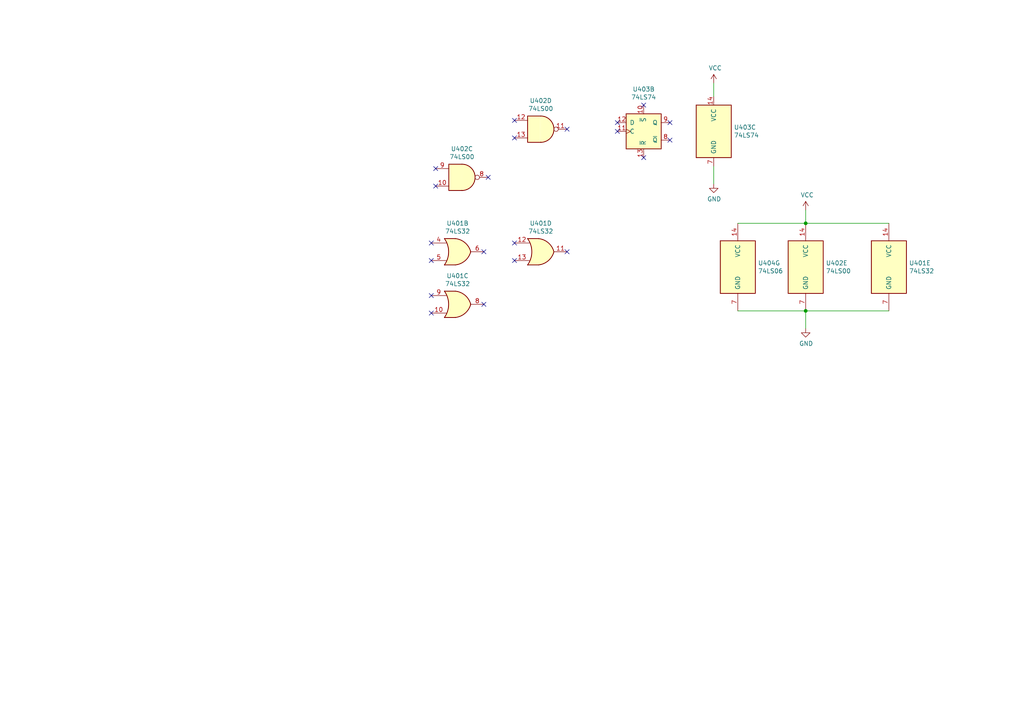
<source format=kicad_sch>
(kicad_sch (version 20211123) (generator eeschema)
  (paper "A4")
  (title_block (title "ECB SCSI-1.0") (date "2020-12-30") (rev "001") (company "RetroBrew Computers Group") (comment 1 "Licensed for hobbyist use only.") (comment 2 "Copyright (c) 2020 Richard Cini. All Rights Reserved."))
  (lib_symbols
    (symbol "74xx:74LS00" (pin_names (offset 1.016))
      (property "Reference" "U" (at 0 1.27 0))
      (property "Value" "74LS00" (at 0 -1.27 0))
      (symbol "74LS00_1_1"
        (arc (start 0 -3.81) (mid 3.81 0) (end 0 3.81) (stroke (width 0.254)) (fill (type background)))
        (polyline (pts (xy 0 3.81) (xy -3.81 3.81) (xy -3.81 -3.81) (xy 0 -3.81)) (stroke (width 0.254)) (fill (type background)))
        (pin input line (at -7.62 2.54 0) (length 3.81) (name "~") (number "1"))
        (pin input line (at -7.62 -2.54 0) (length 3.81) (name "~") (number "2"))
        (pin output inverted (at 7.62 0 180) (length 3.81) (name "~") (number "3"))
      )
      (symbol "74LS00_1_2"
        (arc (start -3.81 -3.81) (mid -2.589 0) (end -3.81 3.81) (stroke (width 0.254)))
        (arc (start -0.6096 -3.81) (mid 2.1842 -2.5851) (end 3.81 0) (stroke (width 0.254)) (fill (type background)))
        (polyline (pts (xy -3.81 -3.81) (xy -0.635 -3.81)) (stroke (width 0.254)) (fill (type background)))
        (polyline (pts (xy -3.81 3.81) (xy -0.635 3.81)) (stroke (width 0.254)) (fill (type background)))
        (polyline (pts (xy -0.635 3.81) (xy -3.81 3.81) (xy -3.81 3.81) (xy -3.556 3.4036) (xy -3.0226 2.2606) (xy -2.6924 1.0414) (xy -2.6162 -0.254) (xy -2.7686 -1.4986) (xy -3.175 -2.7178) (xy -3.81 -3.81) (xy -3.81 -3.81) (xy -0.635 -3.81)) (stroke (width -25.4)) (fill (type background)))
        (arc (start 3.81 0) (mid 2.1915 2.5936) (end -0.6096 3.81) (stroke (width 0.254)) (fill (type background)))
        (pin input inverted (at -7.62 2.54 0) (length 4.318) (name "~") (number "1"))
        (pin input inverted (at -7.62 -2.54 0) (length 4.318) (name "~") (number "2"))
        (pin output line (at 7.62 0 180) (length 3.81) (name "~") (number "3"))
      )
      (symbol "74LS00_2_1"
        (arc (start 0 -3.81) (mid 3.81 0) (end 0 3.81) (stroke (width 0.254)) (fill (type background)))
        (polyline (pts (xy 0 3.81) (xy -3.81 3.81) (xy -3.81 -3.81) (xy 0 -3.81)) (stroke (width 0.254)) (fill (type background)))
        (pin input line (at -7.62 2.54 0) (length 3.81) (name "~") (number "4"))
        (pin input line (at -7.62 -2.54 0) (length 3.81) (name "~") (number "5"))
        (pin output inverted (at 7.62 0 180) (length 3.81) (name "~") (number "6"))
      )
      (symbol "74LS00_2_2"
        (arc (start -3.81 -3.81) (mid -2.589 0) (end -3.81 3.81) (stroke (width 0.254)))
        (arc (start -0.6096 -3.81) (mid 2.1842 -2.5851) (end 3.81 0) (stroke (width 0.254)) (fill (type background)))
        (polyline (pts (xy -3.81 -3.81) (xy -0.635 -3.81)) (stroke (width 0.254)) (fill (type background)))
        (polyline (pts (xy -3.81 3.81) (xy -0.635 3.81)) (stroke (width 0.254)) (fill (type background)))
        (polyline (pts (xy -0.635 3.81) (xy -3.81 3.81) (xy -3.81 3.81) (xy -3.556 3.4036) (xy -3.0226 2.2606) (xy -2.6924 1.0414) (xy -2.6162 -0.254) (xy -2.7686 -1.4986) (xy -3.175 -2.7178) (xy -3.81 -3.81) (xy -3.81 -3.81) (xy -0.635 -3.81)) (stroke (width -25.4)) (fill (type background)))
        (arc (start 3.81 0) (mid 2.1915 2.5936) (end -0.6096 3.81) (stroke (width 0.254)) (fill (type background)))
        (pin input inverted (at -7.62 2.54 0) (length 4.318) (name "~") (number "4"))
        (pin input inverted (at -7.62 -2.54 0) (length 4.318) (name "~") (number "5"))
        (pin output line (at 7.62 0 180) (length 3.81) (name "~") (number "6"))
      )
      (symbol "74LS00_3_1"
        (arc (start 0 -3.81) (mid 3.81 0) (end 0 3.81) (stroke (width 0.254)) (fill (type background)))
        (polyline (pts (xy 0 3.81) (xy -3.81 3.81) (xy -3.81 -3.81) (xy 0 -3.81)) (stroke (width 0.254)) (fill (type background)))
        (pin input line (at -7.62 -2.54 0) (length 3.81) (name "~") (number "10"))
        (pin output inverted (at 7.62 0 180) (length 3.81) (name "~") (number "8"))
        (pin input line (at -7.62 2.54 0) (length 3.81) (name "~") (number "9"))
      )
      (symbol "74LS00_3_2"
        (arc (start -3.81 -3.81) (mid -2.589 0) (end -3.81 3.81) (stroke (width 0.254)))
        (arc (start -0.6096 -3.81) (mid 2.1842 -2.5851) (end 3.81 0) (stroke (width 0.254)) (fill (type background)))
        (polyline (pts (xy -3.81 -3.81) (xy -0.635 -3.81)) (stroke (width 0.254)) (fill (type background)))
        (polyline (pts (xy -3.81 3.81) (xy -0.635 3.81)) (stroke (width 0.254)) (fill (type background)))
        (polyline (pts (xy -0.635 3.81) (xy -3.81 3.81) (xy -3.81 3.81) (xy -3.556 3.4036) (xy -3.0226 2.2606) (xy -2.6924 1.0414) (xy -2.6162 -0.254) (xy -2.7686 -1.4986) (xy -3.175 -2.7178) (xy -3.81 -3.81) (xy -3.81 -3.81) (xy -0.635 -3.81)) (stroke (width -25.4)) (fill (type background)))
        (arc (start 3.81 0) (mid 2.1915 2.5936) (end -0.6096 3.81) (stroke (width 0.254)) (fill (type background)))
        (pin input inverted (at -7.62 -2.54 0) (length 4.318) (name "~") (number "10"))
        (pin output line (at 7.62 0 180) (length 3.81) (name "~") (number "8"))
        (pin input inverted (at -7.62 2.54 0) (length 4.318) (name "~") (number "9"))
      )
      (symbol "74LS00_4_1"
        (arc (start 0 -3.81) (mid 3.81 0) (end 0 3.81) (stroke (width 0.254)) (fill (type background)))
        (polyline (pts (xy 0 3.81) (xy -3.81 3.81) (xy -3.81 -3.81) (xy 0 -3.81)) (stroke (width 0.254)) (fill (type background)))
        (pin output inverted (at 7.62 0 180) (length 3.81) (name "~") (number "11"))
        (pin input line (at -7.62 2.54 0) (length 3.81) (name "~") (number "12"))
        (pin input line (at -7.62 -2.54 0) (length 3.81) (name "~") (number "13"))
      )
      (symbol "74LS00_4_2"
        (arc (start -3.81 -3.81) (mid -2.589 0) (end -3.81 3.81) (stroke (width 0.254)))
        (arc (start -0.6096 -3.81) (mid 2.1842 -2.5851) (end 3.81 0) (stroke (width 0.254)) (fill (type background)))
        (polyline (pts (xy -3.81 -3.81) (xy -0.635 -3.81)) (stroke (width 0.254)) (fill (type background)))
        (polyline (pts (xy -3.81 3.81) (xy -0.635 3.81)) (stroke (width 0.254)) (fill (type background)))
        (polyline (pts (xy -0.635 3.81) (xy -3.81 3.81) (xy -3.81 3.81) (xy -3.556 3.4036) (xy -3.0226 2.2606) (xy -2.6924 1.0414) (xy -2.6162 -0.254) (xy -2.7686 -1.4986) (xy -3.175 -2.7178) (xy -3.81 -3.81) (xy -3.81 -3.81) (xy -0.635 -3.81)) (stroke (width -25.4)) (fill (type background)))
        (arc (start 3.81 0) (mid 2.1915 2.5936) (end -0.6096 3.81) (stroke (width 0.254)) (fill (type background)))
        (pin output line (at 7.62 0 180) (length 3.81) (name "~") (number "11"))
        (pin input inverted (at -7.62 2.54 0) (length 4.318) (name "~") (number "12"))
        (pin input inverted (at -7.62 -2.54 0) (length 4.318) (name "~") (number "13"))
      )
      (symbol "74LS00_5_0"
        (pin power_in line (at 0 12.7 270) (length 5.08) (name "VCC") (number "14"))
        (pin power_in line (at 0 -12.7 90) (length 5.08) (name "GND") (number "7"))
      )
      (symbol "74LS00_5_1"
        (rectangle (start -5.08 7.62) (end 5.08 -7.62) (stroke (width 0.254)) (fill (type background)))
      )
    )
    (symbol "74xx:74LS06" (pin_names (offset 1.016))
      (property "Reference" "U" (at 0 1.27 0))
      (property "Value" "74LS06" (at 0 -1.27 0))
      (symbol "74LS06_1_0"
        (polyline (pts (xy -3.81 3.81) (xy -3.81 -3.81) (xy 3.81 0) (xy -3.81 3.81)) (stroke (width 0.254)) (fill (type background)))
        (pin input line (at -7.62 0 0) (length 3.81) (name "~") (number "1"))
        (pin open_collector inverted (at 7.62 0 180) (length 3.81) (name "~") (number "2"))
      )
      (symbol "74LS06_2_0"
        (polyline (pts (xy -3.81 3.81) (xy -3.81 -3.81) (xy 3.81 0) (xy -3.81 3.81)) (stroke (width 0.254)) (fill (type background)))
        (pin input line (at -7.62 0 0) (length 3.81) (name "~") (number "3"))
        (pin open_collector inverted (at 7.62 0 180) (length 3.81) (name "~") (number "4"))
      )
      (symbol "74LS06_3_0"
        (polyline (pts (xy -3.81 3.81) (xy -3.81 -3.81) (xy 3.81 0) (xy -3.81 3.81)) (stroke (width 0.254)) (fill (type background)))
        (pin input line (at -7.62 0 0) (length 3.81) (name "~") (number "5"))
        (pin open_collector inverted (at 7.62 0 180) (length 3.81) (name "~") (number "6"))
      )
      (symbol "74LS06_4_0"
        (polyline (pts (xy -3.81 3.81) (xy -3.81 -3.81) (xy 3.81 0) (xy -3.81 3.81)) (stroke (width 0.254)) (fill (type background)))
        (pin open_collector inverted (at 7.62 0 180) (length 3.81) (name "~") (number "8"))
        (pin input line (at -7.62 0 0) (length 3.81) (name "~") (number "9"))
      )
      (symbol "74LS06_5_0"
        (polyline (pts (xy -3.81 3.81) (xy -3.81 -3.81) (xy 3.81 0) (xy -3.81 3.81)) (stroke (width 0.254)) (fill (type background)))
        (pin open_collector inverted (at 7.62 0 180) (length 3.81) (name "~") (number "10"))
        (pin input line (at -7.62 0 0) (length 3.81) (name "~") (number "11"))
      )
      (symbol "74LS06_6_0"
        (polyline (pts (xy -3.81 3.81) (xy -3.81 -3.81) (xy 3.81 0) (xy -3.81 3.81)) (stroke (width 0.254)) (fill (type background)))
        (pin open_collector inverted (at 7.62 0 180) (length 3.81) (name "~") (number "12"))
        (pin input line (at -7.62 0 0) (length 3.81) (name "~") (number "13"))
      )
      (symbol "74LS06_7_0"
        (pin power_in line (at 0 12.7 270) (length 5.08) (name "VCC") (number "14"))
        (pin power_in line (at 0 -12.7 90) (length 5.08) (name "GND") (number "7"))
      )
      (symbol "74LS06_7_1"
        (rectangle (start -5.08 7.62) (end 5.08 -7.62) (stroke (width 0.254)) (fill (type background)))
      )
    )
    (symbol "74xx:74LS32" (pin_names (offset 1.016))
      (property "Reference" "U" (at 0 1.27 0))
      (property "Value" "74LS32" (at 0 -1.27 0))
      (symbol "74LS32_1_1"
        (arc (start -3.81 -3.81) (mid -2.589 0) (end -3.81 3.81) (stroke (width 0.254)))
        (arc (start -0.6096 -3.81) (mid 2.1842 -2.5851) (end 3.81 0) (stroke (width 0.254)) (fill (type background)))
        (polyline (pts (xy -3.81 -3.81) (xy -0.635 -3.81)) (stroke (width 0.254)) (fill (type background)))
        (polyline (pts (xy -3.81 3.81) (xy -0.635 3.81)) (stroke (width 0.254)) (fill (type background)))
        (polyline (pts (xy -0.635 3.81) (xy -3.81 3.81) (xy -3.81 3.81) (xy -3.556 3.4036) (xy -3.0226 2.2606) (xy -2.6924 1.0414) (xy -2.6162 -0.254) (xy -2.7686 -1.4986) (xy -3.175 -2.7178) (xy -3.81 -3.81) (xy -3.81 -3.81) (xy -0.635 -3.81)) (stroke (width -25.4)) (fill (type background)))
        (arc (start 3.81 0) (mid 2.1915 2.5936) (end -0.6096 3.81) (stroke (width 0.254)) (fill (type background)))
        (pin input line (at -7.62 2.54 0) (length 4.318) (name "~") (number "1"))
        (pin input line (at -7.62 -2.54 0) (length 4.318) (name "~") (number "2"))
        (pin output line (at 7.62 0 180) (length 3.81) (name "~") (number "3"))
      )
      (symbol "74LS32_1_2"
        (arc (start 0 -3.81) (mid 3.81 0) (end 0 3.81) (stroke (width 0.254)) (fill (type background)))
        (polyline (pts (xy 0 3.81) (xy -3.81 3.81) (xy -3.81 -3.81) (xy 0 -3.81)) (stroke (width 0.254)) (fill (type background)))
        (pin input inverted (at -7.62 2.54 0) (length 3.81) (name "~") (number "1"))
        (pin input inverted (at -7.62 -2.54 0) (length 3.81) (name "~") (number "2"))
        (pin output inverted (at 7.62 0 180) (length 3.81) (name "~") (number "3"))
      )
      (symbol "74LS32_2_1"
        (arc (start -3.81 -3.81) (mid -2.589 0) (end -3.81 3.81) (stroke (width 0.254)))
        (arc (start -0.6096 -3.81) (mid 2.1842 -2.5851) (end 3.81 0) (stroke (width 0.254)) (fill (type background)))
        (polyline (pts (xy -3.81 -3.81) (xy -0.635 -3.81)) (stroke (width 0.254)) (fill (type background)))
        (polyline (pts (xy -3.81 3.81) (xy -0.635 3.81)) (stroke (width 0.254)) (fill (type background)))
        (polyline (pts (xy -0.635 3.81) (xy -3.81 3.81) (xy -3.81 3.81) (xy -3.556 3.4036) (xy -3.0226 2.2606) (xy -2.6924 1.0414) (xy -2.6162 -0.254) (xy -2.7686 -1.4986) (xy -3.175 -2.7178) (xy -3.81 -3.81) (xy -3.81 -3.81) (xy -0.635 -3.81)) (stroke (width -25.4)) (fill (type background)))
        (arc (start 3.81 0) (mid 2.1915 2.5936) (end -0.6096 3.81) (stroke (width 0.254)) (fill (type background)))
        (pin input line (at -7.62 2.54 0) (length 4.318) (name "~") (number "4"))
        (pin input line (at -7.62 -2.54 0) (length 4.318) (name "~") (number "5"))
        (pin output line (at 7.62 0 180) (length 3.81) (name "~") (number "6"))
      )
      (symbol "74LS32_2_2"
        (arc (start 0 -3.81) (mid 3.81 0) (end 0 3.81) (stroke (width 0.254)) (fill (type background)))
        (polyline (pts (xy 0 3.81) (xy -3.81 3.81) (xy -3.81 -3.81) (xy 0 -3.81)) (stroke (width 0.254)) (fill (type background)))
        (pin input inverted (at -7.62 2.54 0) (length 3.81) (name "~") (number "4"))
        (pin input inverted (at -7.62 -2.54 0) (length 3.81) (name "~") (number "5"))
        (pin output inverted (at 7.62 0 180) (length 3.81) (name "~") (number "6"))
      )
      (symbol "74LS32_3_1"
        (arc (start -3.81 -3.81) (mid -2.589 0) (end -3.81 3.81) (stroke (width 0.254)))
        (arc (start -0.6096 -3.81) (mid 2.1842 -2.5851) (end 3.81 0) (stroke (width 0.254)) (fill (type background)))
        (polyline (pts (xy -3.81 -3.81) (xy -0.635 -3.81)) (stroke (width 0.254)) (fill (type background)))
        (polyline (pts (xy -3.81 3.81) (xy -0.635 3.81)) (stroke (width 0.254)) (fill (type background)))
        (polyline (pts (xy -0.635 3.81) (xy -3.81 3.81) (xy -3.81 3.81) (xy -3.556 3.4036) (xy -3.0226 2.2606) (xy -2.6924 1.0414) (xy -2.6162 -0.254) (xy -2.7686 -1.4986) (xy -3.175 -2.7178) (xy -3.81 -3.81) (xy -3.81 -3.81) (xy -0.635 -3.81)) (stroke (width -25.4)) (fill (type background)))
        (arc (start 3.81 0) (mid 2.1915 2.5936) (end -0.6096 3.81) (stroke (width 0.254)) (fill (type background)))
        (pin input line (at -7.62 -2.54 0) (length 4.318) (name "~") (number "10"))
        (pin output line (at 7.62 0 180) (length 3.81) (name "~") (number "8"))
        (pin input line (at -7.62 2.54 0) (length 4.318) (name "~") (number "9"))
      )
      (symbol "74LS32_3_2"
        (arc (start 0 -3.81) (mid 3.81 0) (end 0 3.81) (stroke (width 0.254)) (fill (type background)))
        (polyline (pts (xy 0 3.81) (xy -3.81 3.81) (xy -3.81 -3.81) (xy 0 -3.81)) (stroke (width 0.254)) (fill (type background)))
        (pin input inverted (at -7.62 -2.54 0) (length 3.81) (name "~") (number "10"))
        (pin output inverted (at 7.62 0 180) (length 3.81) (name "~") (number "8"))
        (pin input inverted (at -7.62 2.54 0) (length 3.81) (name "~") (number "9"))
      )
      (symbol "74LS32_4_1"
        (arc (start -3.81 -3.81) (mid -2.589 0) (end -3.81 3.81) (stroke (width 0.254)))
        (arc (start -0.6096 -3.81) (mid 2.1842 -2.5851) (end 3.81 0) (stroke (width 0.254)) (fill (type background)))
        (polyline (pts (xy -3.81 -3.81) (xy -0.635 -3.81)) (stroke (width 0.254)) (fill (type background)))
        (polyline (pts (xy -3.81 3.81) (xy -0.635 3.81)) (stroke (width 0.254)) (fill (type background)))
        (polyline (pts (xy -0.635 3.81) (xy -3.81 3.81) (xy -3.81 3.81) (xy -3.556 3.4036) (xy -3.0226 2.2606) (xy -2.6924 1.0414) (xy -2.6162 -0.254) (xy -2.7686 -1.4986) (xy -3.175 -2.7178) (xy -3.81 -3.81) (xy -3.81 -3.81) (xy -0.635 -3.81)) (stroke (width -25.4)) (fill (type background)))
        (arc (start 3.81 0) (mid 2.1915 2.5936) (end -0.6096 3.81) (stroke (width 0.254)) (fill (type background)))
        (pin output line (at 7.62 0 180) (length 3.81) (name "~") (number "11"))
        (pin input line (at -7.62 2.54 0) (length 4.318) (name "~") (number "12"))
        (pin input line (at -7.62 -2.54 0) (length 4.318) (name "~") (number "13"))
      )
      (symbol "74LS32_4_2"
        (arc (start 0 -3.81) (mid 3.81 0) (end 0 3.81) (stroke (width 0.254)) (fill (type background)))
        (polyline (pts (xy 0 3.81) (xy -3.81 3.81) (xy -3.81 -3.81) (xy 0 -3.81)) (stroke (width 0.254)) (fill (type background)))
        (pin output inverted (at 7.62 0 180) (length 3.81) (name "~") (number "11"))
        (pin input inverted (at -7.62 2.54 0) (length 3.81) (name "~") (number "12"))
        (pin input inverted (at -7.62 -2.54 0) (length 3.81) (name "~") (number "13"))
      )
      (symbol "74LS32_5_0"
        (pin power_in line (at 0 12.7 270) (length 5.08) (name "VCC") (number "14"))
        (pin power_in line (at 0 -12.7 90) (length 5.08) (name "GND") (number "7"))
      )
      (symbol "74LS32_5_1"
        (rectangle (start -5.08 7.62) (end 5.08 -7.62) (stroke (width 0.254)) (fill (type background)))
      )
    )
    (symbol "74xx:74LS74" (pin_names (offset 1.016))
      (property "Reference" "U" (at -7.62 8.89 0))
      (property "Value" "74LS74" (at -7.62 -8.89 0))
      (symbol "74LS74_1_0"
        (pin input line (at 0 -7.62 90) (length 2.54) (name "~{R}") (number "1"))
        (pin input line (at -7.62 2.54 0) (length 2.54) (name "D") (number "2"))
        (pin input clock (at -7.62 0 0) (length 2.54) (name "C") (number "3"))
        (pin input line (at 0 7.62 270) (length 2.54) (name "~{S}") (number "4"))
        (pin output line (at 7.62 2.54 180) (length 2.54) (name "Q") (number "5"))
        (pin output line (at 7.62 -2.54 180) (length 2.54) (name "~{Q}") (number "6"))
      )
      (symbol "74LS74_1_1"
        (rectangle (start -5.08 5.08) (end 5.08 -5.08) (stroke (width 0.254)) (fill (type background)))
      )
      (symbol "74LS74_2_0"
        (pin input line (at 0 7.62 270) (length 2.54) (name "~{S}") (number "10"))
        (pin input clock (at -7.62 0 0) (length 2.54) (name "C") (number "11"))
        (pin input line (at -7.62 2.54 0) (length 2.54) (name "D") (number "12"))
        (pin input line (at 0 -7.62 90) (length 2.54) (name "~{R}") (number "13"))
        (pin output line (at 7.62 -2.54 180) (length 2.54) (name "~{Q}") (number "8"))
        (pin output line (at 7.62 2.54 180) (length 2.54) (name "Q") (number "9"))
      )
      (symbol "74LS74_2_1"
        (rectangle (start -5.08 5.08) (end 5.08 -5.08) (stroke (width 0.254)) (fill (type background)))
      )
      (symbol "74LS74_3_0"
        (pin power_in line (at 0 10.16 270) (length 2.54) (name "VCC") (number "14"))
        (pin power_in line (at 0 -10.16 90) (length 2.54) (name "GND") (number "7"))
      )
      (symbol "74LS74_3_1"
        (rectangle (start -5.08 7.62) (end 5.08 -7.62) (stroke (width 0.254)) (fill (type background)))
      )
    )
    (symbol "power:GND" (power) (pin_names (offset 0))
      (property "Value" "GND" (at 0 -3.81 0))
      (symbol "GND_0_1"
        (polyline (pts (xy 0 0) (xy 0 -1.27) (xy 1.27 -1.27) (xy 0 -2.54) (xy -1.27 -1.27) (xy 0 -1.27)))
      )
      (symbol "GND_1_1"
        (pin power_in line (at 0 0 270) (length 0) hide (name "GND") (number "1"))
      )
    )
    (symbol "power:VCC" (power) (pin_names (offset 0))
      (property "Value" "VCC" (at 0 3.81 0))
      (symbol "VCC_0_1"
        (polyline (pts (xy -0.762 1.27) (xy 0 2.54)))
        (polyline (pts (xy 0 0) (xy 0 2.54)))
        (polyline (pts (xy 0 2.54) (xy 0.762 1.27)))
      )
      (symbol "VCC_1_1"
        (pin power_in line (at 0 0 90) (length 0) hide (name "VCC") (number "1"))
      )
    )
  )
  (junction (at 233.68 64.77))
  (junction (at 233.68 90.17))
  (no_connect (at 179.07 35.56))
  (no_connect (at 186.69 30.48))
  (no_connect (at 125.095 75.565))
  (no_connect (at 164.465 73.025))
  (no_connect (at 149.225 34.925))
  (no_connect (at 194.31 35.56))
  (no_connect (at 125.095 85.725))
  (no_connect (at 149.225 40.005))
  (no_connect (at 149.225 75.565))
  (no_connect (at 149.225 70.485))
  (no_connect (at 126.365 53.975))
  (no_connect (at 186.69 45.72))
  (no_connect (at 194.31 40.64))
  (no_connect (at 125.095 90.805))
  (no_connect (at 179.07 38.1))
  (no_connect (at 126.365 48.895))
  (no_connect (at 164.465 37.465))
  (no_connect (at 125.095 70.485))
  (no_connect (at 140.335 88.265))
  (no_connect (at 140.335 73.025))
  (no_connect (at 141.605 51.435))
  (wire (pts (xy 213.995 64.77) (xy 233.68 64.77)))
  (wire (pts (xy 207.01 53.34) (xy 207.01 48.26)))
  (wire (pts (xy 233.68 90.17) (xy 233.68 95.25)))
  (wire (pts (xy 233.68 90.17) (xy 213.995 90.17)))
  (wire (pts (xy 257.81 90.17) (xy 233.68 90.17)))
  (wire (pts (xy 233.68 60.96) (xy 233.68 64.77)))
  (wire (pts (xy 233.68 64.77) (xy 257.81 64.77)))
  (wire (pts (xy 207.01 24.13) (xy 207.01 27.94)))
  (symbol (lib_id "74xx:74LS32") (at 132.715 73.025 0) (unit 2)
    (property "Reference" "U401" (at 132.715 64.77 0))
    (property "Value" "74LS32" (at 132.715 67.0814 0))
    (property "Footprint" "Package_DIP:DIP-14_W7.62mm_Socket" (effects hide))
    (property "Datasheet" "http://www.ti.com/lit/gpn/sn74LS32" (effects hide))
  )
  (symbol (lib_id "74xx:74LS32") (at 132.715 88.265 0) (unit 3)
    (property "Reference" "U401" (at 132.715 80.01 0))
    (property "Value" "74LS32" (at 132.715 82.3214 0))
    (property "Footprint" "Package_DIP:DIP-14_W7.62mm_Socket" (effects hide))
    (property "Datasheet" "http://www.ti.com/lit/gpn/sn74LS32" (effects hide))
  )
  (symbol (lib_id "74xx:74LS32") (at 156.845 73.025 0) (unit 4)
    (property "Reference" "U401" (at 156.845 64.77 0))
    (property "Value" "74LS32" (at 156.845 67.0814 0))
    (property "Footprint" "Package_DIP:DIP-14_W7.62mm_Socket" (effects hide))
    (property "Datasheet" "http://www.ti.com/lit/gpn/sn74LS32" (effects hide))
  )
  (symbol (lib_id "74xx:74LS32") (at 257.81 77.47 0) (unit 5)
    (property "Reference" "U401" (at 263.652 76.3016 0) (effects (justify left)))
    (property "Value" "74LS32" (at 263.652 78.613 0) (effects (justify left)))
    (property "Footprint" "Package_DIP:DIP-14_W7.62mm_Socket" (effects hide))
    (property "Datasheet" "http://www.ti.com/lit/gpn/sn74LS32" (effects hide))
  )
  (symbol (lib_id "74xx:74LS74") (at 186.69 38.1 0) (unit 2)
    (property "Reference" "U403" (at 186.69 25.8826 0))
    (property "Value" "74LS74" (at 186.69 28.194 0))
    (property "Datasheet" "74xx/74hc_hct74.pdf" (effects hide))
  )
  (symbol (lib_id "74xx:74LS74") (at 207.01 38.1 0) (unit 3)
    (property "Reference" "U403" (at 212.852 36.9316 0) (effects (justify left)))
    (property "Value" "74LS74" (at 212.852 39.243 0) (effects (justify left)))
    (property "Datasheet" "74xx/74hc_hct74.pdf" (effects hide))
  )
  (symbol (lib_id "power:VCC") (at 207.01 24.13 0) (unit 1)
    (property "Reference" "#PWR0401" (effects hide))
    (property "Value" "VCC" (at 207.4418 19.7358 0))
  )
  (symbol (lib_id "power:GND") (at 207.01 53.34 0) (unit 1)
    (property "Reference" "#PWR0402" (effects hide))
    (property "Value" "GND" (at 207.137 57.7342 0))
  )
  (symbol (lib_id "74xx:74LS00") (at 133.985 51.435 0) (unit 3)
    (property "Reference" "U402" (at 133.985 43.18 0))
    (property "Value" "74LS00" (at 133.985 45.4914 0))
    (property "Footprint" "Package_DIP:DIP-14_W7.62mm_Socket" (effects hide))
    (property "Datasheet" "http://www.ti.com/lit/gpn/sn74ls00" (effects hide))
  )
  (symbol (lib_id "74xx:74LS00") (at 156.845 37.465 0) (unit 4)
    (property "Reference" "U402" (at 156.845 29.21 0))
    (property "Value" "74LS00" (at 156.845 31.5214 0))
    (property "Footprint" "Package_DIP:DIP-14_W7.62mm_Socket" (effects hide))
    (property "Datasheet" "http://www.ti.com/lit/gpn/sn74ls00" (effects hide))
  )
  (symbol (lib_id "74xx:74LS00") (at 233.68 77.47 0) (unit 5)
    (property "Reference" "U402" (at 239.522 76.3016 0) (effects (justify left)))
    (property "Value" "74LS00" (at 239.522 78.613 0) (effects (justify left)))
    (property "Footprint" "Package_DIP:DIP-14_W7.62mm_Socket" (effects hide))
    (property "Datasheet" "http://www.ti.com/lit/gpn/sn74ls00" (effects hide))
  )
  (symbol (lib_id "power:VCC") (at 233.68 60.96 0) (unit 1)
    (property "Reference" "#PWR0403" (effects hide))
    (property "Value" "VCC" (at 234.1118 56.5658 0))
  )
  (symbol (lib_id "power:GND") (at 233.68 95.25 0) (unit 1)
    (property "Reference" "#PWR0404" (effects hide))
    (property "Value" "GND" (at 233.807 99.6442 0))
  )
  (symbol (lib_id "74xx:74LS06") (at 213.995 77.47 0) (unit 7)
    (property "Reference" "U404" (at 219.837 76.3016 0) (effects (justify left)))
    (property "Value" "74LS06" (at 219.837 78.613 0) (effects (justify left)))
    (property "Footprint" "Package_DIP:DIP-14_W7.62mm_Socket" (effects hide))
    (property "Datasheet" "http://www.ti.com/lit/gpn/sn74LS06" (effects hide))
  )
)
</source>
